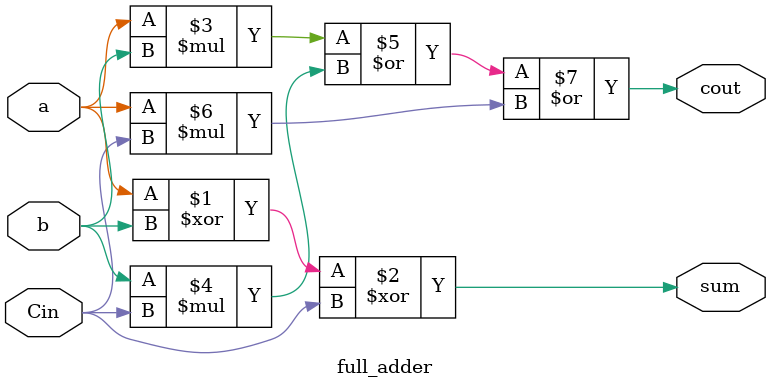
<source format=v>
module full_adder(
    input a,
    input b,
    input Cin,
    output sum,
    output cout
    );
    
    assign sum = a ^ b ^ Cin;
    assign cout = (a * b) |  (b * Cin) | (a * Cin);
    
endmodule

</source>
